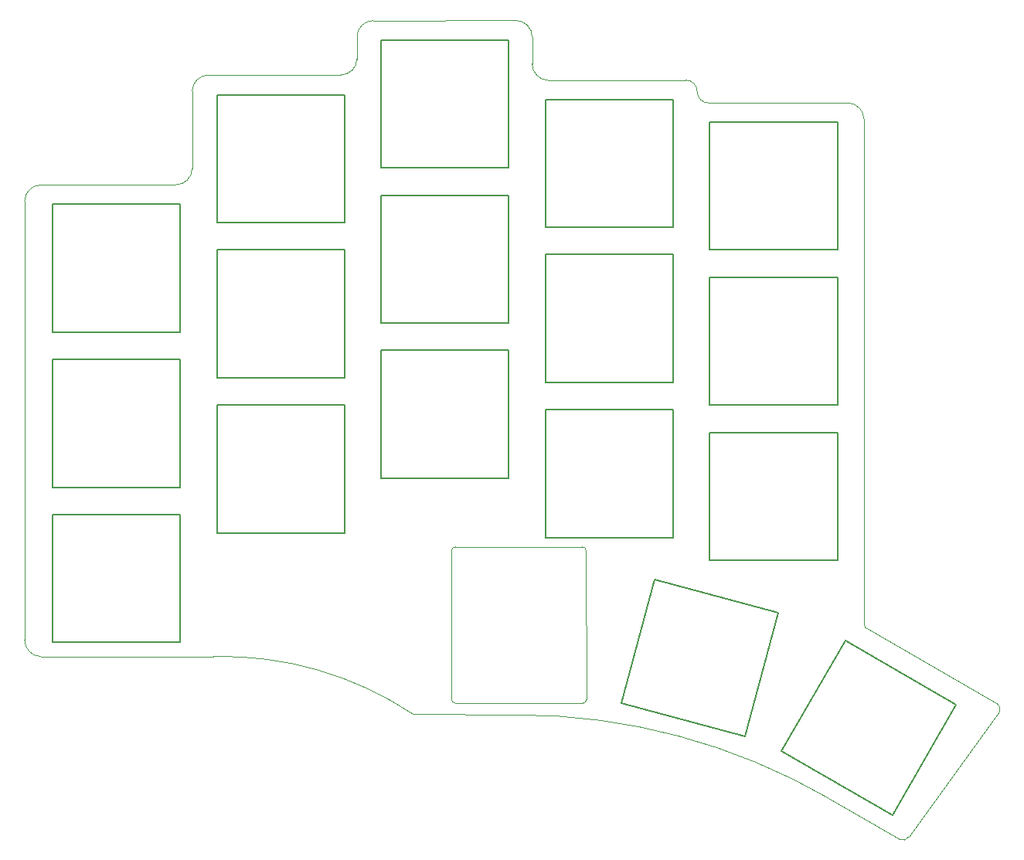
<source format=gm1>
G04 #@! TF.GenerationSoftware,KiCad,Pcbnew,7.0.2-0*
G04 #@! TF.CreationDate,2023-07-28T20:15:56+02:00*
G04 #@! TF.ProjectId,switch-plates,73776974-6368-42d7-906c-617465732e6b,0.6.1*
G04 #@! TF.SameCoordinates,Original*
G04 #@! TF.FileFunction,Profile,NP*
%FSLAX46Y46*%
G04 Gerber Fmt 4.6, Leading zero omitted, Abs format (unit mm)*
G04 Created by KiCad (PCBNEW 7.0.2-0) date 2023-07-28 20:15:56*
%MOMM*%
%LPD*%
G01*
G04 APERTURE LIST*
G04 #@! TA.AperFunction,Profile*
%ADD10C,0.050000*%
G04 #@! TD*
G04 #@! TA.AperFunction,Profile*
%ADD11C,0.150000*%
G04 #@! TD*
G04 APERTURE END LIST*
D10*
X61188833Y-79869010D02*
X61188833Y-127991349D01*
X153150000Y-78150000D02*
X153145111Y-70933883D01*
X108357933Y-134909810D02*
X122325000Y-134925000D01*
X133616117Y-66633883D02*
X118540222Y-66661837D01*
X116795111Y-61894135D02*
X116795111Y-64867702D01*
X115050000Y-60100000D02*
X99389516Y-60113430D01*
X134866117Y-67883883D02*
G75*
G03*
X133616117Y-66633883I-1250017J-17D01*
G01*
X134866117Y-67883883D02*
G75*
G03*
X136116117Y-69133883I1249983J-17D01*
G01*
X79547715Y-67826168D02*
X79543548Y-76357158D01*
X99389516Y-60113394D02*
G75*
G03*
X97595381Y-61858541I-16J-1794806D01*
G01*
X122700734Y-118199999D02*
X122749999Y-134524266D01*
X153150000Y-78150000D02*
X153150253Y-117617143D01*
X115235769Y-136194832D02*
X103694979Y-136082549D01*
X77745029Y-78114927D02*
X62983651Y-78123526D01*
X81900000Y-129800000D02*
X62944009Y-129795833D01*
X122700728Y-118199999D02*
G75*
G03*
X122300000Y-117775001I-425628J99D01*
G01*
X157030886Y-149825076D02*
X149229607Y-145303912D01*
X153150253Y-117617143D02*
X153150000Y-126200000D01*
X107957258Y-134484811D02*
G75*
G03*
X108357933Y-134909809I425642J-89D01*
G01*
X116795088Y-61894135D02*
G75*
G03*
X115050000Y-60100000I-1794788J35D01*
G01*
X108400000Y-117774969D02*
G75*
G03*
X107975002Y-118175734I0J-425731D01*
G01*
X167990386Y-135844607D02*
G75*
G03*
X167797034Y-135029526I-549986J300007D01*
G01*
X153145040Y-70933883D02*
G75*
G03*
X151400000Y-69139748I-1794740J83D01*
G01*
X122325000Y-134924937D02*
G75*
G03*
X122749998Y-134524266I0J425737D01*
G01*
X151400000Y-69139748D02*
X136116117Y-69133883D01*
X77745029Y-78114920D02*
G75*
G03*
X79543548Y-76357158I-8629J1807820D01*
G01*
X149229606Y-145303913D02*
G75*
G03*
X115235769Y-136194832I-33993836J-58875617D01*
G01*
X158055405Y-149550557D02*
X167990425Y-135844628D01*
X157030888Y-149825073D02*
G75*
G03*
X158055405Y-149550557I375012J649473D01*
G01*
X62983651Y-78123538D02*
G75*
G03*
X61188834Y-79869010I-51J-1795462D01*
G01*
X103694982Y-136082545D02*
G75*
G03*
X81900000Y-129800001I-20857682J-31411955D01*
G01*
X153150002Y-126200000D02*
G75*
G03*
X153300002Y-126649999I599998J-50000D01*
G01*
X167797034Y-135029526D02*
X153300001Y-126650000D01*
X107975001Y-118175734D02*
X107957199Y-134484811D01*
X95805865Y-66083289D02*
G75*
G03*
X97600000Y-64338143I-65J1794889D01*
G01*
X97595381Y-61858541D02*
X97600000Y-64338143D01*
X108400000Y-117775000D02*
X122300000Y-117775000D01*
X116795076Y-64867702D02*
G75*
G03*
X118540222Y-66661836I1794824J2D01*
G01*
X95805865Y-66083254D02*
X81352199Y-66070992D01*
X61188775Y-127991349D02*
G75*
G03*
X62944009Y-129795833I1805225J49D01*
G01*
X81352199Y-66071022D02*
G75*
G03*
X79547715Y-67826168I1J-1805178D01*
G01*
D11*
X100241520Y-62248502D02*
X114241520Y-62248502D01*
X114241520Y-62248502D02*
X114241520Y-76248502D01*
X114241520Y-76248502D02*
X100241520Y-76248502D01*
X100241520Y-76248502D02*
X100241520Y-62248502D01*
X82241522Y-68249002D02*
X96241522Y-68249002D01*
X96241522Y-68249002D02*
X96241522Y-82249002D01*
X96241522Y-82249002D02*
X82241522Y-82249002D01*
X82241522Y-82249002D02*
X82241522Y-68249002D01*
X64241519Y-114249001D02*
X78241519Y-114249001D01*
X78241519Y-114249001D02*
X78241519Y-128249001D01*
X78241519Y-128249001D02*
X64241519Y-128249001D01*
X64241519Y-128249001D02*
X64241519Y-114249001D01*
X136241523Y-71248501D02*
X150241523Y-71248501D01*
X150241523Y-71248501D02*
X150241523Y-85248501D01*
X150241523Y-85248501D02*
X136241523Y-85248501D01*
X136241523Y-85248501D02*
X136241523Y-71248501D01*
X130190817Y-121374987D02*
X143713778Y-124998454D01*
X143713778Y-124998454D02*
X140090311Y-138521415D01*
X140090311Y-138521415D02*
X126567350Y-134897948D01*
X126567350Y-134897948D02*
X130190817Y-121374987D01*
X100241523Y-96248500D02*
X114241523Y-96248500D01*
X114241523Y-96248500D02*
X114241523Y-110248500D01*
X114241523Y-110248500D02*
X100241523Y-110248500D01*
X100241523Y-110248500D02*
X100241523Y-96248500D01*
X100241523Y-79248499D02*
X114241523Y-79248499D01*
X114241523Y-79248499D02*
X114241523Y-93248499D01*
X114241523Y-93248499D02*
X100241523Y-93248499D01*
X100241523Y-93248499D02*
X100241523Y-79248499D01*
X118240521Y-102748500D02*
X132240521Y-102748500D01*
X132240521Y-102748500D02*
X132240521Y-116748500D01*
X132240521Y-116748500D02*
X118240521Y-116748500D01*
X118240521Y-116748500D02*
X118240521Y-102748500D01*
X118240524Y-68748504D02*
X132240524Y-68748504D01*
X132240524Y-68748504D02*
X132240524Y-82748504D01*
X132240524Y-82748504D02*
X118240524Y-82748504D01*
X118240524Y-82748504D02*
X118240524Y-68748504D01*
X82241524Y-102249003D02*
X96241524Y-102249003D01*
X96241524Y-102249003D02*
X96241524Y-116249003D01*
X96241524Y-116249003D02*
X82241524Y-116249003D01*
X82241524Y-116249003D02*
X82241524Y-102249003D01*
X82241524Y-85248997D02*
X96241524Y-85248997D01*
X96241524Y-85248997D02*
X96241524Y-99248997D01*
X96241524Y-99248997D02*
X82241524Y-99248997D01*
X82241524Y-99248997D02*
X82241524Y-85248997D01*
X118240521Y-85748499D02*
X132240521Y-85748499D01*
X132240521Y-85748499D02*
X132240521Y-99748499D01*
X132240521Y-99748499D02*
X118240521Y-99748499D01*
X118240521Y-99748499D02*
X118240521Y-85748499D01*
X151116309Y-128064943D02*
X163240665Y-135064943D01*
X163240665Y-135064943D02*
X156240665Y-147189299D01*
X156240665Y-147189299D02*
X144116309Y-140189299D01*
X144116309Y-140189299D02*
X151116309Y-128064943D01*
X136241526Y-105248498D02*
X150241526Y-105248498D01*
X150241526Y-105248498D02*
X150241526Y-119248498D01*
X150241526Y-119248498D02*
X136241526Y-119248498D01*
X136241526Y-119248498D02*
X136241526Y-105248498D01*
X64241519Y-80249001D02*
X78241519Y-80249001D01*
X78241519Y-80249001D02*
X78241519Y-94249001D01*
X78241519Y-94249001D02*
X64241519Y-94249001D01*
X64241519Y-94249001D02*
X64241519Y-80249001D01*
X136241523Y-88248504D02*
X150241523Y-88248504D01*
X150241523Y-88248504D02*
X150241523Y-102248504D01*
X150241523Y-102248504D02*
X136241523Y-102248504D01*
X136241523Y-102248504D02*
X136241523Y-88248504D01*
X64241519Y-97249001D02*
X78241519Y-97249001D01*
X78241519Y-97249001D02*
X78241519Y-111249001D01*
X78241519Y-111249001D02*
X64241519Y-111249001D01*
X64241519Y-111249001D02*
X64241519Y-97249001D01*
M02*

</source>
